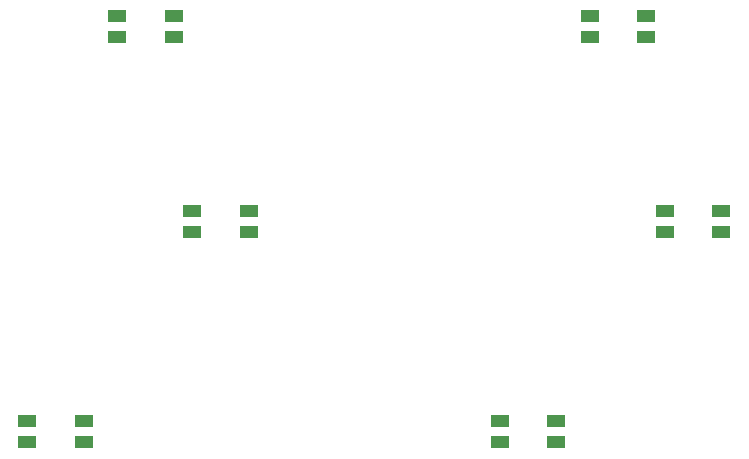
<source format=gbp>
G04 #@! TF.GenerationSoftware,KiCad,Pcbnew,5.0.2-bee76a0~70~ubuntu18.04.1*
G04 #@! TF.CreationDate,2019-06-15T01:44:12+09:00*
G04 #@! TF.ProjectId,shield,73686965-6c64-42e6-9b69-6361645f7063,rev?*
G04 #@! TF.SameCoordinates,Original*
G04 #@! TF.FileFunction,Paste,Bot*
G04 #@! TF.FilePolarity,Positive*
%FSLAX46Y46*%
G04 Gerber Fmt 4.6, Leading zero omitted, Abs format (unit mm)*
G04 Created by KiCad (PCBNEW 5.0.2-bee76a0~70~ubuntu18.04.1) date 2019年06月15日 01時44分12秒*
%MOMM*%
%LPD*%
G01*
G04 APERTURE LIST*
%ADD10R,1.600000X1.000000*%
G04 APERTURE END LIST*
D10*
G04 #@! TO.C,L1*
X109360000Y-74535000D03*
X109360000Y-72785000D03*
X114160000Y-72785000D03*
X114160000Y-74535000D03*
G04 #@! TD*
G04 #@! TO.C,L3*
X116980000Y-40245000D03*
X116980000Y-38495000D03*
X121780000Y-38495000D03*
X121780000Y-40245000D03*
G04 #@! TD*
G04 #@! TO.C,L2*
X123330000Y-56755000D03*
X123330000Y-55005000D03*
X128130000Y-55005000D03*
X128130000Y-56755000D03*
G04 #@! TD*
G04 #@! TO.C,L1*
X74155000Y-74535000D03*
X74155000Y-72785000D03*
X69355000Y-72785000D03*
X69355000Y-74535000D03*
G04 #@! TD*
G04 #@! TO.C,L2*
X88125000Y-56755000D03*
X88125000Y-55005000D03*
X83325000Y-55005000D03*
X83325000Y-56755000D03*
G04 #@! TD*
G04 #@! TO.C,L3*
X81775000Y-40245000D03*
X81775000Y-38495000D03*
X76975000Y-38495000D03*
X76975000Y-40245000D03*
G04 #@! TD*
M02*

</source>
